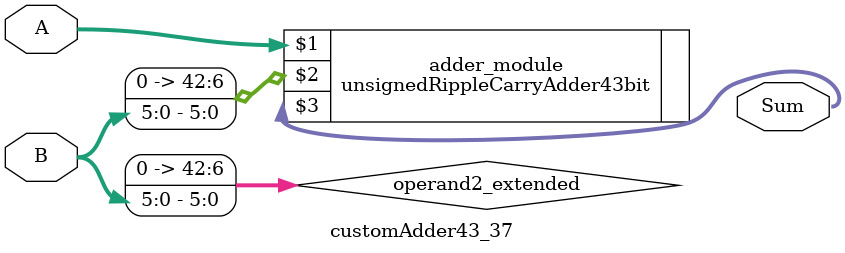
<source format=v>
module customAdder43_37(
                        input [42 : 0] A,
                        input [5 : 0] B,
                        
                        output [43 : 0] Sum
                );

        wire [42 : 0] operand2_extended;
        
        assign operand2_extended =  {37'b0, B};
        
        unsignedRippleCarryAdder43bit adder_module(
            A,
            operand2_extended,
            Sum
        );
        
        endmodule
        
</source>
